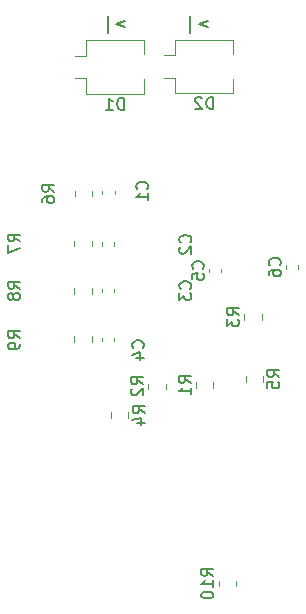
<source format=gbr>
%TF.GenerationSoftware,KiCad,Pcbnew,(6.0.11)*%
%TF.CreationDate,2023-02-15T13:18:50+01:00*%
%TF.ProjectId,FringeLocker,4672696e-6765-44c6-9f63-6b65722e6b69,0.1*%
%TF.SameCoordinates,Original*%
%TF.FileFunction,Legend,Bot*%
%TF.FilePolarity,Positive*%
%FSLAX46Y46*%
G04 Gerber Fmt 4.6, Leading zero omitted, Abs format (unit mm)*
G04 Created by KiCad (PCBNEW (6.0.11)) date 2023-02-15 13:18:50*
%MOMM*%
%LPD*%
G01*
G04 APERTURE LIST*
%ADD10C,0.150000*%
%ADD11C,0.120000*%
G04 APERTURE END LIST*
D10*
X139880952Y-54714285D02*
X139880952Y-56142857D01*
X141357142Y-55714285D02*
X140595238Y-55428571D01*
X141357142Y-55142857D01*
X132880952Y-54714285D02*
X132880952Y-56142857D01*
X134357142Y-55714285D02*
X133595238Y-55428571D01*
X134357142Y-55142857D01*
%TO.C,C3*%
X139857142Y-77833333D02*
X139904761Y-77785714D01*
X139952380Y-77642857D01*
X139952380Y-77547619D01*
X139904761Y-77404761D01*
X139809523Y-77309523D01*
X139714285Y-77261904D01*
X139523809Y-77214285D01*
X139380952Y-77214285D01*
X139190476Y-77261904D01*
X139095238Y-77309523D01*
X139000000Y-77404761D01*
X138952380Y-77547619D01*
X138952380Y-77642857D01*
X139000000Y-77785714D01*
X139047619Y-77833333D01*
X138952380Y-78166666D02*
X138952380Y-78785714D01*
X139333333Y-78452380D01*
X139333333Y-78595238D01*
X139380952Y-78690476D01*
X139428571Y-78738095D01*
X139523809Y-78785714D01*
X139761904Y-78785714D01*
X139857142Y-78738095D01*
X139904761Y-78690476D01*
X139952380Y-78595238D01*
X139952380Y-78309523D01*
X139904761Y-78214285D01*
X139857142Y-78166666D01*
%TO.C,C5*%
X140927142Y-76133333D02*
X140974761Y-76085714D01*
X141022380Y-75942857D01*
X141022380Y-75847619D01*
X140974761Y-75704761D01*
X140879523Y-75609523D01*
X140784285Y-75561904D01*
X140593809Y-75514285D01*
X140450952Y-75514285D01*
X140260476Y-75561904D01*
X140165238Y-75609523D01*
X140070000Y-75704761D01*
X140022380Y-75847619D01*
X140022380Y-75942857D01*
X140070000Y-76085714D01*
X140117619Y-76133333D01*
X140022380Y-77038095D02*
X140022380Y-76561904D01*
X140498571Y-76514285D01*
X140450952Y-76561904D01*
X140403333Y-76657142D01*
X140403333Y-76895238D01*
X140450952Y-76990476D01*
X140498571Y-77038095D01*
X140593809Y-77085714D01*
X140831904Y-77085714D01*
X140927142Y-77038095D01*
X140974761Y-76990476D01*
X141022380Y-76895238D01*
X141022380Y-76657142D01*
X140974761Y-76561904D01*
X140927142Y-76514285D01*
%TO.C,R2*%
X135847380Y-85920833D02*
X135371190Y-85587500D01*
X135847380Y-85349404D02*
X134847380Y-85349404D01*
X134847380Y-85730357D01*
X134895000Y-85825595D01*
X134942619Y-85873214D01*
X135037857Y-85920833D01*
X135180714Y-85920833D01*
X135275952Y-85873214D01*
X135323571Y-85825595D01*
X135371190Y-85730357D01*
X135371190Y-85349404D01*
X134942619Y-86301785D02*
X134895000Y-86349404D01*
X134847380Y-86444642D01*
X134847380Y-86682738D01*
X134895000Y-86777976D01*
X134942619Y-86825595D01*
X135037857Y-86873214D01*
X135133095Y-86873214D01*
X135275952Y-86825595D01*
X135847380Y-86254166D01*
X135847380Y-86873214D01*
%TO.C,R10*%
X141802380Y-102157142D02*
X141326190Y-101823809D01*
X141802380Y-101585714D02*
X140802380Y-101585714D01*
X140802380Y-101966666D01*
X140850000Y-102061904D01*
X140897619Y-102109523D01*
X140992857Y-102157142D01*
X141135714Y-102157142D01*
X141230952Y-102109523D01*
X141278571Y-102061904D01*
X141326190Y-101966666D01*
X141326190Y-101585714D01*
X141802380Y-103109523D02*
X141802380Y-102538095D01*
X141802380Y-102823809D02*
X140802380Y-102823809D01*
X140945238Y-102728571D01*
X141040476Y-102633333D01*
X141088095Y-102538095D01*
X140802380Y-103728571D02*
X140802380Y-103823809D01*
X140850000Y-103919047D01*
X140897619Y-103966666D01*
X140992857Y-104014285D01*
X141183333Y-104061904D01*
X141421428Y-104061904D01*
X141611904Y-104014285D01*
X141707142Y-103966666D01*
X141754761Y-103919047D01*
X141802380Y-103823809D01*
X141802380Y-103728571D01*
X141754761Y-103633333D01*
X141707142Y-103585714D01*
X141611904Y-103538095D01*
X141421428Y-103490476D01*
X141183333Y-103490476D01*
X140992857Y-103538095D01*
X140897619Y-103585714D01*
X140850000Y-103633333D01*
X140802380Y-103728571D01*
%TO.C,R8*%
X125452380Y-77833333D02*
X124976190Y-77500000D01*
X125452380Y-77261904D02*
X124452380Y-77261904D01*
X124452380Y-77642857D01*
X124500000Y-77738095D01*
X124547619Y-77785714D01*
X124642857Y-77833333D01*
X124785714Y-77833333D01*
X124880952Y-77785714D01*
X124928571Y-77738095D01*
X124976190Y-77642857D01*
X124976190Y-77261904D01*
X124880952Y-78404761D02*
X124833333Y-78309523D01*
X124785714Y-78261904D01*
X124690476Y-78214285D01*
X124642857Y-78214285D01*
X124547619Y-78261904D01*
X124500000Y-78309523D01*
X124452380Y-78404761D01*
X124452380Y-78595238D01*
X124500000Y-78690476D01*
X124547619Y-78738095D01*
X124642857Y-78785714D01*
X124690476Y-78785714D01*
X124785714Y-78738095D01*
X124833333Y-78690476D01*
X124880952Y-78595238D01*
X124880952Y-78404761D01*
X124928571Y-78309523D01*
X124976190Y-78261904D01*
X125071428Y-78214285D01*
X125261904Y-78214285D01*
X125357142Y-78261904D01*
X125404761Y-78309523D01*
X125452380Y-78404761D01*
X125452380Y-78595238D01*
X125404761Y-78690476D01*
X125357142Y-78738095D01*
X125261904Y-78785714D01*
X125071428Y-78785714D01*
X124976190Y-78738095D01*
X124928571Y-78690476D01*
X124880952Y-78595238D01*
%TO.C,R7*%
X125452380Y-73833333D02*
X124976190Y-73500000D01*
X125452380Y-73261904D02*
X124452380Y-73261904D01*
X124452380Y-73642857D01*
X124500000Y-73738095D01*
X124547619Y-73785714D01*
X124642857Y-73833333D01*
X124785714Y-73833333D01*
X124880952Y-73785714D01*
X124928571Y-73738095D01*
X124976190Y-73642857D01*
X124976190Y-73261904D01*
X124452380Y-74166666D02*
X124452380Y-74833333D01*
X125452380Y-74404761D01*
%TO.C,C6*%
X147427142Y-75833333D02*
X147474761Y-75785714D01*
X147522380Y-75642857D01*
X147522380Y-75547619D01*
X147474761Y-75404761D01*
X147379523Y-75309523D01*
X147284285Y-75261904D01*
X147093809Y-75214285D01*
X146950952Y-75214285D01*
X146760476Y-75261904D01*
X146665238Y-75309523D01*
X146570000Y-75404761D01*
X146522380Y-75547619D01*
X146522380Y-75642857D01*
X146570000Y-75785714D01*
X146617619Y-75833333D01*
X146522380Y-76690476D02*
X146522380Y-76500000D01*
X146570000Y-76404761D01*
X146617619Y-76357142D01*
X146760476Y-76261904D01*
X146950952Y-76214285D01*
X147331904Y-76214285D01*
X147427142Y-76261904D01*
X147474761Y-76309523D01*
X147522380Y-76404761D01*
X147522380Y-76595238D01*
X147474761Y-76690476D01*
X147427142Y-76738095D01*
X147331904Y-76785714D01*
X147093809Y-76785714D01*
X146998571Y-76738095D01*
X146950952Y-76690476D01*
X146903333Y-76595238D01*
X146903333Y-76404761D01*
X146950952Y-76309523D01*
X146998571Y-76261904D01*
X147093809Y-76214285D01*
%TO.C,R9*%
X125452380Y-82020833D02*
X124976190Y-81687500D01*
X125452380Y-81449404D02*
X124452380Y-81449404D01*
X124452380Y-81830357D01*
X124500000Y-81925595D01*
X124547619Y-81973214D01*
X124642857Y-82020833D01*
X124785714Y-82020833D01*
X124880952Y-81973214D01*
X124928571Y-81925595D01*
X124976190Y-81830357D01*
X124976190Y-81449404D01*
X125452380Y-82497023D02*
X125452380Y-82687500D01*
X125404761Y-82782738D01*
X125357142Y-82830357D01*
X125214285Y-82925595D01*
X125023809Y-82973214D01*
X124642857Y-82973214D01*
X124547619Y-82925595D01*
X124500000Y-82877976D01*
X124452380Y-82782738D01*
X124452380Y-82592261D01*
X124500000Y-82497023D01*
X124547619Y-82449404D01*
X124642857Y-82401785D01*
X124880952Y-82401785D01*
X124976190Y-82449404D01*
X125023809Y-82497023D01*
X125071428Y-82592261D01*
X125071428Y-82782738D01*
X125023809Y-82877976D01*
X124976190Y-82925595D01*
X124880952Y-82973214D01*
%TO.C,R4*%
X135997380Y-88370833D02*
X135521190Y-88037500D01*
X135997380Y-87799404D02*
X134997380Y-87799404D01*
X134997380Y-88180357D01*
X135045000Y-88275595D01*
X135092619Y-88323214D01*
X135187857Y-88370833D01*
X135330714Y-88370833D01*
X135425952Y-88323214D01*
X135473571Y-88275595D01*
X135521190Y-88180357D01*
X135521190Y-87799404D01*
X135330714Y-89227976D02*
X135997380Y-89227976D01*
X134949761Y-88989880D02*
X135664047Y-88751785D01*
X135664047Y-89370833D01*
%TO.C,C1*%
X136202142Y-69387066D02*
X136249761Y-69339447D01*
X136297380Y-69196590D01*
X136297380Y-69101352D01*
X136249761Y-68958494D01*
X136154523Y-68863256D01*
X136059285Y-68815637D01*
X135868809Y-68768018D01*
X135725952Y-68768018D01*
X135535476Y-68815637D01*
X135440238Y-68863256D01*
X135345000Y-68958494D01*
X135297380Y-69101352D01*
X135297380Y-69196590D01*
X135345000Y-69339447D01*
X135392619Y-69387066D01*
X136297380Y-70339447D02*
X136297380Y-69768018D01*
X136297380Y-70053733D02*
X135297380Y-70053733D01*
X135440238Y-69958494D01*
X135535476Y-69863256D01*
X135583095Y-69768018D01*
%TO.C,R5*%
X147397380Y-85320833D02*
X146921190Y-84987500D01*
X147397380Y-84749404D02*
X146397380Y-84749404D01*
X146397380Y-85130357D01*
X146445000Y-85225595D01*
X146492619Y-85273214D01*
X146587857Y-85320833D01*
X146730714Y-85320833D01*
X146825952Y-85273214D01*
X146873571Y-85225595D01*
X146921190Y-85130357D01*
X146921190Y-84749404D01*
X146397380Y-86225595D02*
X146397380Y-85749404D01*
X146873571Y-85701785D01*
X146825952Y-85749404D01*
X146778333Y-85844642D01*
X146778333Y-86082738D01*
X146825952Y-86177976D01*
X146873571Y-86225595D01*
X146968809Y-86273214D01*
X147206904Y-86273214D01*
X147302142Y-86225595D01*
X147349761Y-86177976D01*
X147397380Y-86082738D01*
X147397380Y-85844642D01*
X147349761Y-85749404D01*
X147302142Y-85701785D01*
%TO.C,D2*%
X141798095Y-62622380D02*
X141798095Y-61622380D01*
X141560000Y-61622380D01*
X141417142Y-61670000D01*
X141321904Y-61765238D01*
X141274285Y-61860476D01*
X141226666Y-62050952D01*
X141226666Y-62193809D01*
X141274285Y-62384285D01*
X141321904Y-62479523D01*
X141417142Y-62574761D01*
X141560000Y-62622380D01*
X141798095Y-62622380D01*
X140845714Y-61717619D02*
X140798095Y-61670000D01*
X140702857Y-61622380D01*
X140464761Y-61622380D01*
X140369523Y-61670000D01*
X140321904Y-61717619D01*
X140274285Y-61812857D01*
X140274285Y-61908095D01*
X140321904Y-62050952D01*
X140893333Y-62622380D01*
X140274285Y-62622380D01*
%TO.C,R6*%
X128342346Y-69620833D02*
X127866156Y-69287500D01*
X128342346Y-69049404D02*
X127342346Y-69049404D01*
X127342346Y-69430357D01*
X127389966Y-69525595D01*
X127437585Y-69573214D01*
X127532823Y-69620833D01*
X127675680Y-69620833D01*
X127770918Y-69573214D01*
X127818537Y-69525595D01*
X127866156Y-69430357D01*
X127866156Y-69049404D01*
X127342346Y-70477976D02*
X127342346Y-70287500D01*
X127389966Y-70192261D01*
X127437585Y-70144642D01*
X127580442Y-70049404D01*
X127770918Y-70001785D01*
X128151870Y-70001785D01*
X128247108Y-70049404D01*
X128294727Y-70097023D01*
X128342346Y-70192261D01*
X128342346Y-70382738D01*
X128294727Y-70477976D01*
X128247108Y-70525595D01*
X128151870Y-70573214D01*
X127913775Y-70573214D01*
X127818537Y-70525595D01*
X127770918Y-70477976D01*
X127723299Y-70382738D01*
X127723299Y-70192261D01*
X127770918Y-70097023D01*
X127818537Y-70049404D01*
X127913775Y-70001785D01*
%TO.C,C2*%
X139857142Y-73920833D02*
X139904761Y-73873214D01*
X139952380Y-73730357D01*
X139952380Y-73635119D01*
X139904761Y-73492261D01*
X139809523Y-73397023D01*
X139714285Y-73349404D01*
X139523809Y-73301785D01*
X139380952Y-73301785D01*
X139190476Y-73349404D01*
X139095238Y-73397023D01*
X139000000Y-73492261D01*
X138952380Y-73635119D01*
X138952380Y-73730357D01*
X139000000Y-73873214D01*
X139047619Y-73920833D01*
X139047619Y-74301785D02*
X139000000Y-74349404D01*
X138952380Y-74444642D01*
X138952380Y-74682738D01*
X139000000Y-74777976D01*
X139047619Y-74825595D01*
X139142857Y-74873214D01*
X139238095Y-74873214D01*
X139380952Y-74825595D01*
X139952380Y-74254166D01*
X139952380Y-74873214D01*
%TO.C,R1*%
X139897380Y-85820833D02*
X139421190Y-85487500D01*
X139897380Y-85249404D02*
X138897380Y-85249404D01*
X138897380Y-85630357D01*
X138945000Y-85725595D01*
X138992619Y-85773214D01*
X139087857Y-85820833D01*
X139230714Y-85820833D01*
X139325952Y-85773214D01*
X139373571Y-85725595D01*
X139421190Y-85630357D01*
X139421190Y-85249404D01*
X139897380Y-86773214D02*
X139897380Y-86201785D01*
X139897380Y-86487500D02*
X138897380Y-86487500D01*
X139040238Y-86392261D01*
X139135476Y-86297023D01*
X139183095Y-86201785D01*
%TO.C,C4*%
X135857142Y-82833333D02*
X135904761Y-82785714D01*
X135952380Y-82642857D01*
X135952380Y-82547619D01*
X135904761Y-82404761D01*
X135809523Y-82309523D01*
X135714285Y-82261904D01*
X135523809Y-82214285D01*
X135380952Y-82214285D01*
X135190476Y-82261904D01*
X135095238Y-82309523D01*
X135000000Y-82404761D01*
X134952380Y-82547619D01*
X134952380Y-82642857D01*
X135000000Y-82785714D01*
X135047619Y-82833333D01*
X135285714Y-83690476D02*
X135952380Y-83690476D01*
X134904761Y-83452380D02*
X135619047Y-83214285D01*
X135619047Y-83833333D01*
%TO.C,R3*%
X143997380Y-80070833D02*
X143521190Y-79737500D01*
X143997380Y-79499404D02*
X142997380Y-79499404D01*
X142997380Y-79880357D01*
X143045000Y-79975595D01*
X143092619Y-80023214D01*
X143187857Y-80070833D01*
X143330714Y-80070833D01*
X143425952Y-80023214D01*
X143473571Y-79975595D01*
X143521190Y-79880357D01*
X143521190Y-79499404D01*
X142997380Y-80404166D02*
X142997380Y-81023214D01*
X143378333Y-80689880D01*
X143378333Y-80832738D01*
X143425952Y-80927976D01*
X143473571Y-80975595D01*
X143568809Y-81023214D01*
X143806904Y-81023214D01*
X143902142Y-80975595D01*
X143949761Y-80927976D01*
X143997380Y-80832738D01*
X143997380Y-80547023D01*
X143949761Y-80451785D01*
X143902142Y-80404166D01*
%TO.C,D1*%
X134248095Y-62672380D02*
X134248095Y-61672380D01*
X134010000Y-61672380D01*
X133867142Y-61720000D01*
X133771904Y-61815238D01*
X133724285Y-61910476D01*
X133676666Y-62100952D01*
X133676666Y-62243809D01*
X133724285Y-62434285D01*
X133771904Y-62529523D01*
X133867142Y-62624761D01*
X134010000Y-62672380D01*
X134248095Y-62672380D01*
X132724285Y-62672380D02*
X133295714Y-62672380D01*
X133010000Y-62672380D02*
X133010000Y-61672380D01*
X133105238Y-61815238D01*
X133200476Y-61910476D01*
X133295714Y-61958095D01*
D11*
%TO.C,C3*%
X132385000Y-77853733D02*
X132385000Y-78146267D01*
X133405000Y-77853733D02*
X133405000Y-78146267D01*
%TO.C,C5*%
X141490000Y-76153733D02*
X141490000Y-76446267D01*
X142510000Y-76153733D02*
X142510000Y-76446267D01*
%TO.C,R2*%
X136310000Y-85860436D02*
X136310000Y-86314564D01*
X137780000Y-85860436D02*
X137780000Y-86314564D01*
%TO.C,R10*%
X143735000Y-102572936D02*
X143735000Y-103027064D01*
X142265000Y-102572936D02*
X142265000Y-103027064D01*
%TO.C,R8*%
X131530000Y-78264564D02*
X131530000Y-77810436D01*
X130060000Y-78264564D02*
X130060000Y-77810436D01*
%TO.C,R7*%
X130060000Y-74214564D02*
X130060000Y-73760436D01*
X131530000Y-74214564D02*
X131530000Y-73760436D01*
%TO.C,C6*%
X149010000Y-75853733D02*
X149010000Y-76146267D01*
X147990000Y-75853733D02*
X147990000Y-76146267D01*
%TO.C,R9*%
X131530000Y-82314564D02*
X131530000Y-81860436D01*
X130060000Y-82314564D02*
X130060000Y-81860436D01*
%TO.C,R4*%
X133160000Y-88764564D02*
X133160000Y-88310436D01*
X134630000Y-88764564D02*
X134630000Y-88310436D01*
%TO.C,C1*%
X133455000Y-69553733D02*
X133455000Y-69846267D01*
X132435000Y-69553733D02*
X132435000Y-69846267D01*
%TO.C,R5*%
X144560000Y-85714564D02*
X144560000Y-85260436D01*
X146030000Y-85714564D02*
X146030000Y-85260436D01*
%TO.C,D2*%
X143470000Y-57940000D02*
X143470000Y-56740000D01*
X138600000Y-58040000D02*
X137680000Y-58040000D01*
X138600000Y-61260000D02*
X143470000Y-61260000D01*
X143470000Y-61260000D02*
X143470000Y-60060000D01*
X143470000Y-56740000D02*
X138600000Y-56740000D01*
X138600000Y-59960000D02*
X137680000Y-59960000D01*
X138600000Y-58040000D02*
X138600000Y-56740000D01*
X138600000Y-61260000D02*
X138600000Y-59960000D01*
%TO.C,R6*%
X130110000Y-70014564D02*
X130110000Y-69560436D01*
X131580000Y-70014564D02*
X131580000Y-69560436D01*
%TO.C,C2*%
X132385000Y-73903733D02*
X132385000Y-74196267D01*
X133405000Y-73903733D02*
X133405000Y-74196267D01*
%TO.C,R1*%
X141830000Y-85760436D02*
X141830000Y-86214564D01*
X140360000Y-85760436D02*
X140360000Y-86214564D01*
%TO.C,C4*%
X133405000Y-82003733D02*
X133405000Y-82296267D01*
X132385000Y-82003733D02*
X132385000Y-82296267D01*
%TO.C,R3*%
X145930000Y-80010436D02*
X145930000Y-80464564D01*
X144460000Y-80010436D02*
X144460000Y-80464564D01*
%TO.C,D1*%
X131050000Y-61310000D02*
X135920000Y-61310000D01*
X135920000Y-56790000D02*
X131050000Y-56790000D01*
X135920000Y-61310000D02*
X135920000Y-60110000D01*
X131050000Y-61310000D02*
X131050000Y-60010000D01*
X131050000Y-58090000D02*
X130130000Y-58090000D01*
X135920000Y-57990000D02*
X135920000Y-56790000D01*
X131050000Y-60010000D02*
X130130000Y-60010000D01*
X131050000Y-58090000D02*
X131050000Y-56790000D01*
%TD*%
M02*

</source>
